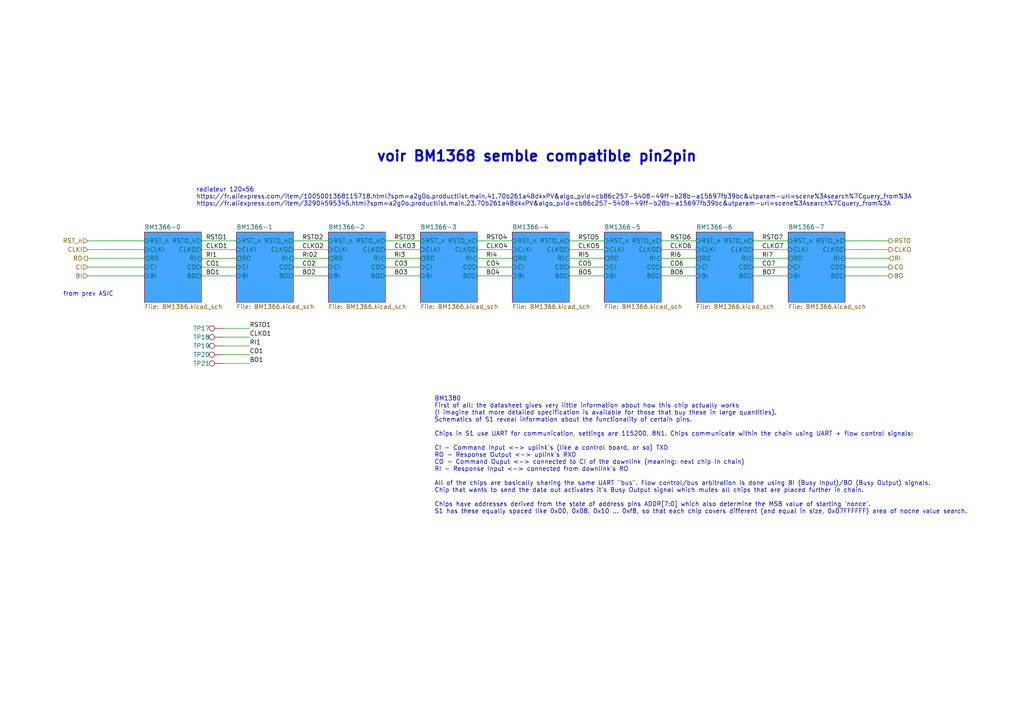
<source format=kicad_sch>
(kicad_sch (version 20231120) (generator "eeschema") (generator_version "8.0")
  (paper "A4")
  (lib_symbols
    (symbol "Connector:TestPoint" (pin_numbers hide) (pin_names (offset 0.762) hide)
      (property "Reference" "TP" (at 0 6.858 0))
      (property "Value" "TestPoint" (at 0 5.08 0))
      (symbol "TestPoint_0_1"
        (circle (center 0 3.302) (radius 0.762))
      )
      (symbol "TestPoint_1_1"
        (pin passive line (at 0 0 90) (length 2.54) (name "1") (number "1"))
      )
    )
  )
  (wire (pts (xy 218.44 80.01) (xy 228.6 80.01)))
  (wire (pts (xy 218.44 72.39) (xy 228.6 72.39)))
  (wire (pts (xy 111.76 74.93) (xy 121.92 74.93)))
  (wire (pts (xy 218.44 69.85) (xy 228.6 69.85)))
  (wire (pts (xy 25.4 72.39) (xy 41.91 72.39)))
  (wire (pts (xy 165.1 77.47) (xy 175.26 77.47)))
  (wire (pts (xy 165.1 80.01) (xy 175.26 80.01)))
  (wire (pts (xy 85.09 80.01) (xy 95.25 80.01)))
  (wire (pts (xy 245.11 72.39) (xy 257.81 72.39)))
  (wire (pts (xy 85.09 74.93) (xy 95.25 74.93)))
  (wire (pts (xy 64.77 95.25) (xy 72.39 95.25)))
  (wire (pts (xy 72.39 105.41) (xy 64.77 105.41)))
  (wire (pts (xy 85.09 77.47) (xy 95.25 77.47)))
  (wire (pts (xy 25.4 74.93) (xy 41.91 74.93)))
  (wire (pts (xy 138.43 69.85) (xy 148.59 69.85)))
  (wire (pts (xy 165.1 69.85) (xy 175.26 69.85)))
  (wire (pts (xy 85.09 69.85) (xy 95.25 69.85)))
  (wire (pts (xy 58.42 80.01) (xy 68.58 80.01)))
  (wire (pts (xy 245.11 74.93) (xy 257.81 74.93)))
  (wire (pts (xy 111.76 72.39) (xy 121.92 72.39)))
  (wire (pts (xy 245.11 77.47) (xy 257.81 77.47)))
  (wire (pts (xy 58.42 74.93) (xy 68.58 74.93)))
  (wire (pts (xy 191.77 77.47) (xy 201.93 77.47)))
  (wire (pts (xy 64.77 100.33) (xy 72.39 100.33)))
  (wire (pts (xy 245.11 69.85) (xy 257.81 69.85)))
  (wire (pts (xy 138.43 77.47) (xy 148.59 77.47)))
  (wire (pts (xy 25.4 77.47) (xy 41.91 77.47)))
  (wire (pts (xy 191.77 69.85) (xy 201.93 69.85)))
  (wire (pts (xy 165.1 72.39) (xy 175.26 72.39)))
  (wire (pts (xy 58.42 72.39) (xy 68.58 72.39)))
  (wire (pts (xy 191.77 74.93) (xy 201.93 74.93)))
  (wire (pts (xy 72.39 102.87) (xy 64.77 102.87)))
  (wire (pts (xy 138.43 80.01) (xy 148.59 80.01)))
  (wire (pts (xy 25.4 69.85) (xy 41.91 69.85)))
  (wire (pts (xy 111.76 77.47) (xy 121.92 77.47)))
  (wire (pts (xy 58.42 69.85) (xy 68.58 69.85)))
  (wire (pts (xy 138.43 72.39) (xy 148.59 72.39)))
  (wire (pts (xy 85.09 72.39) (xy 95.25 72.39)))
  (wire (pts (xy 64.77 97.79) (xy 72.39 97.79)))
  (wire (pts (xy 245.11 80.01) (xy 257.81 80.01)))
  (wire (pts (xy 138.43 74.93) (xy 148.59 74.93)))
  (wire (pts (xy 191.77 80.01) (xy 201.93 80.01)))
  (wire (pts (xy 111.76 80.01) (xy 121.92 80.01)))
  (wire (pts (xy 58.42 77.47) (xy 68.58 77.47)))
  (wire (pts (xy 25.4 80.01) (xy 41.91 80.01)))
  (wire (pts (xy 218.44 74.93) (xy 228.6 74.93)))
  (wire (pts (xy 165.1 74.93) (xy 175.26 74.93)))
  (wire (pts (xy 191.77 72.39) (xy 201.93 72.39)))
  (wire (pts (xy 111.76 69.85) (xy 121.92 69.85)))
  (wire (pts (xy 218.44 77.47) (xy 228.6 77.47)))
  (text "from prev ASIC" (at 18.288 85.344 0) (effects (font (size 1.27 1.27)) (justify left)))
  (text "voir BM1368 semble compatible pin2pin" (at 155.702 45.466 0) (effects (font (size 3 3) (thickness 0.6) (bold yes))))
  (text "BM1380\nFirst of all: the datasheet gives very little information about how this chip actually works \n(I imagine that more detailed specification is available for those that buy these in large quantities). \nSchematics of S1 reveal information about the functionality of certain pins.\n\nChips in S1 use UART for communication, settings are 115200, 8N1. Chips communicate within the chain using UART + flow control signals:\n\nCI - Command Input <-> uplink's (like a control board, or so) TXD\nRO - Response Output <-> uplink's RXD\nCO - Command Ouput <-> connected to CI of the downlink (meaning: next chip in chain)\nRI - Response Input <-> connected from downlink's RO\n\nAll of the chips are basically sharing the same UART \"bus\". Flow control/bus arbitration is done using BI (Busy Input)/BO (Busy Output) signals. \nChip that wants to send the data out activates it's Busy Output signal which mutes all chips that are placed further in chain.\n\nChips have addresses derived from the state of address pins ADDR[7:0] which also determine the MSB value of starting 'nonce'. \nS1 has these equally spaced like 0x00, 0x08, 0x10 … 0xf8, so that each chip covers different (and equal in size, 0x07FFFFFF) area of nocne value search." (at 125.984 132.08 0) (effects (font (size 1.27 1.27)) (justify left)))
  (text "radiateur 120x56\nhttps://fr.aliexpress.com/item/1005001368115718.html?spm=a2g0o.productlist.main.41.70b261a4BdkxPV&algo_pvid=cb86c257-5408-49ff-b28b-a15697fb39bc&utparam-url=scene%3Asearch%7Cquery_from%3A\nhttps://fr.aliexpress.com/item/32904595345.html?spm=a2g0o.productlist.main.23.70b261a4BdkxPV&algo_pvid=cb86c257-5408-49ff-b28b-a15697fb39bc&utparam-url=scene%3Asearch%7Cquery_from%3A\n" (at 56.896 57.15 0) (effects (font (size 1.27 1.27)) (justify left)))
  (label "BO6" (at 194.31 80.01 0))
  (label "RSTO6" (at 194.31 69.85 0))
  (label "BO1" (at 59.69 80.01 0))
  (label "CLKO7" (at 220.98 72.39 0))
  (label "BO5" (at 167.64 80.01 0))
  (label "CO1" (at 72.39 102.87 0))
  (label "RSTO3" (at 114.3 69.85 0))
  (label "BO1" (at 72.39 105.41 0))
  (label "BO4" (at 140.97 80.01 0))
  (label "RSTO7" (at 220.98 69.85 0))
  (label "RSTO4" (at 140.97 69.85 0))
  (label "CO6" (at 194.31 77.47 0))
  (label "RI4" (at 140.97 74.93 0))
  (label "CLKO3" (at 114.3 72.39 0))
  (label "RSTO2" (at 87.63 69.85 0))
  (label "RI7" (at 220.98 74.93 0))
  (label "CLKO5" (at 167.64 72.39 0))
  (label "RI1" (at 72.39 100.33 0))
  (label "CO5" (at 167.64 77.47 0))
  (label "CO7" (at 220.98 77.47 0))
  (label "CO2" (at 87.63 77.47 0))
  (label "BO2" (at 87.63 80.01 0))
  (label "RI5" (at 167.64 74.93 0))
  (label "CLKO1" (at 72.39 97.79 0))
  (label "BO7" (at 220.98 80.01 0))
  (label "RI02" (at 87.63 74.93 0))
  (label "CO4" (at 140.97 77.47 0))
  (label "RI3" (at 114.3 74.93 0))
  (label "CLKO4" (at 140.97 72.39 0))
  (label "CLKO2" (at 87.63 72.39 0))
  (label "CLKO1" (at 59.69 72.39 0))
  (label "RSTO5" (at 167.64 69.85 0))
  (label "CO1" (at 59.69 77.47 0))
  (label "CO3" (at 114.3 77.47 0))
  (label "RSTO1" (at 72.39 95.25 0))
  (label "BO3" (at 114.3 80.01 0))
  (label "RI6" (at 194.31 74.93 0))
  (label "CLKO6" (at 194.31 72.39 0))
  (label "RI1" (at 59.69 74.93 0))
  (label "RSTO1" (at 59.69 69.85 0))
  (hierarchical_label "CLKO" (shape output) (at 257.81 72.39 0))
  (hierarchical_label "CLKI" (shape input) (at 25.4 72.39 180))
  (hierarchical_label "CO" (shape output) (at 257.81 77.47 0))
  (hierarchical_label "RSTO" (shape output) (at 257.81 69.85 0))
  (hierarchical_label "CI" (shape input) (at 25.4 77.47 180))
  (hierarchical_label "RI" (shape input) (at 257.81 74.93 0))
  (hierarchical_label "RST_n" (shape input) (at 25.4 69.85 180))
  (hierarchical_label "BO" (shape output) (at 257.81 80.01 0))
  (hierarchical_label "BI" (shape input) (at 25.4 80.01 180))
  (hierarchical_label "RO" (shape output) (at 25.4 74.93 180))
  (symbol (lib_id "Connector:TestPoint") (at 64.77 105.41 90) (unit 1) (in_bom no)
    (property "Reference" "TP21" (at 58.42 105.41 90))
    (property "Value" "TestPoint" (effects (hide yes)))
    (property "Footprint" "TestPoint:TestPoint_Pad_D1.0mm" (effects (hide yes)))
    (instances (project "AsicsBoard - 16xBM1366 - 01A" (path "" (reference "TP21") (unit 1)) (path "" (reference "TP16") (unit 1))))
  )
  (symbol (lib_id "Connector:TestPoint") (at 64.77 102.87 90) (unit 1) (in_bom no)
    (property "Reference" "TP20" (at 58.42 102.87 90))
    (property "Value" "TestPoint" (effects (hide yes)))
    (property "Footprint" "TestPoint:TestPoint_Pad_D1.0mm" (effects (hide yes)))
    (instances (project "AsicsBoard - 16xBM1366 - 01A" (path "" (reference "TP20") (unit 1)) (path "" (reference "TP15") (unit 1))))
  )
  (symbol (lib_id "Connector:TestPoint") (at 64.77 95.25 90) (mirror x) (unit 1) (in_bom no)
    (property "Reference" "TP17" (at 58.42 95.25 90))
    (property "Value" "TestPoint" (effects (hide yes)))
    (property "Footprint" "TestPoint:TestPoint_Pad_D1.0mm" (effects (hide yes)))
    (instances (project "AsicsBoard - 16xBM1366 - 01A" (path "" (reference "TP17") (unit 1)) (path "" (reference "TP12") (unit 1))))
  )
  (symbol (lib_id "Connector:TestPoint") (at 64.77 100.33 90) (mirror x) (unit 1) (in_bom no)
    (property "Reference" "TP19" (at 58.42 100.33 90))
    (property "Value" "TestPoint" (effects (hide yes)))
    (property "Footprint" "TestPoint:TestPoint_Pad_D1.0mm" (effects (hide yes)))
    (instances (project "AsicsBoard - 16xBM1366 - 01A" (path "" (reference "TP19") (unit 1)) (path "" (reference "TP14") (unit 1))))
  )
  (symbol (lib_id "Connector:TestPoint") (at 64.77 97.79 90) (unit 1) (in_bom no)
    (property "Reference" "TP18" (at 58.42 97.79 90))
    (property "Value" "TestPoint" (effects (hide yes)))
    (property "Footprint" "TestPoint:TestPoint_Pad_D1.0mm" (effects (hide yes)))
    (instances (project "AsicsBoard - 16xBM1366 - 01A" (path "" (reference "TP18") (unit 1)) (path "" (reference "TP13") (unit 1))))
  )
  (sheet (at 41.91 67.31) (size 16.51 20.32) (stroke (width 0.1524)) (fill (color 67 166 255 1.0000))
    (property "Sheetname" "BM1366-0" (at 41.91 66.5984 0) (effects (justify left bottom)))
    (property "Sheetfile" "BM1366.kicad_sch" (at 41.91 88.2146 0) (effects (justify left top)))
    (pin "CLKO" output (at 58.42 72.39 0))
    (pin "RO" output (at 41.91 74.93 180))
    (pin "CO" output (at 58.42 77.47 0))
    (pin "BO" output (at 58.42 80.01 0))
    (pin "RSTO_n" output (at 58.42 69.85 0))
    (pin "CLKI" input (at 41.91 72.39 180))
    (pin "CI" input (at 41.91 77.47 180))
    (pin "RI" input (at 58.42 74.93 0))
    (pin "RST_n" input (at 41.91 69.85 180))
    (pin "BI" input (at 41.91 80.01 180))
  )
  (sheet (at 228.6 67.31) (size 16.51 20.32) (stroke (width 0.1524)) (fill (color 67 166 255 1.0000))
    (property "Sheetname" "BM1366-7" (at 228.6 66.5984 0) (effects (justify left bottom)))
    (property "Sheetfile" "BM1366.kicad_sch" (at 228.6 88.2146 0) (effects (justify left top)))
    (pin "CLKO" output (at 245.11 72.39 0))
    (pin "RO" output (at 228.6 74.93 180))
    (pin "CO" output (at 245.11 77.47 0))
    (pin "BO" output (at 245.11 80.01 0))
    (pin "RSTO_n" output (at 245.11 69.85 0))
    (pin "CLKI" input (at 228.6 72.39 180))
    (pin "CI" input (at 228.6 77.47 180))
    (pin "RI" input (at 245.11 74.93 0))
    (pin "RST_n" input (at 228.6 69.85 180))
    (pin "BI" input (at 228.6 80.01 180))
  )
  (sheet (at 175.26 67.31) (size 16.51 20.32) (stroke (width 0.1524)) (fill (color 67 166 255 1.0000))
    (property "Sheetname" "BM1366-5" (at 175.26 66.5984 0) (effects (justify left bottom)))
    (property "Sheetfile" "BM1366.kicad_sch" (at 175.26 88.2146 0) (effects (justify left top)))
    (pin "CLKO" output (at 191.77 72.39 0))
    (pin "RO" output (at 175.26 74.93 180))
    (pin "CO" output (at 191.77 77.47 0))
    (pin "BO" output (at 191.77 80.01 0))
    (pin "RSTO_n" output (at 191.77 69.85 0))
    (pin "CLKI" input (at 175.26 72.39 180))
    (pin "CI" input (at 175.26 77.47 180))
    (pin "RI" input (at 191.77 74.93 0))
    (pin "RST_n" input (at 175.26 69.85 180))
    (pin "BI" input (at 175.26 80.01 180))
  )
  (sheet (at 148.59 67.31) (size 16.51 20.32) (stroke (width 0.1524)) (fill (color 67 166 255 1.0000))
    (property "Sheetname" "BM1366-4" (at 148.59 66.5984 0) (effects (justify left bottom)))
    (property "Sheetfile" "BM1366.kicad_sch" (at 148.59 88.2146 0) (effects (justify left top)))
    (pin "CLKO" output (at 165.1 72.39 0))
    (pin "RO" output (at 148.59 74.93 180))
    (pin "CO" output (at 165.1 77.47 0))
    (pin "BO" output (at 165.1 80.01 0))
    (pin "RSTO_n" output (at 165.1 69.85 0))
    (pin "CLKI" input (at 148.59 72.39 180))
    (pin "CI" input (at 148.59 77.47 180))
    (pin "RI" input (at 165.1 74.93 0))
    (pin "RST_n" input (at 148.59 69.85 180))
    (pin "BI" input (at 148.59 80.01 180))
  )
  (sheet (at 201.93 67.31) (size 16.51 20.32) (stroke (width 0.1524)) (fill (color 67 166 255 1.0000))
    (property "Sheetname" "BM1366-6" (at 201.93 66.5984 0) (effects (justify left bottom)))
    (property "Sheetfile" "BM1366.kicad_sch" (at 201.93 88.2146 0) (effects (justify left top)))
    (pin "CLKO" output (at 218.44 72.39 0))
    (pin "RO" output (at 201.93 74.93 180))
    (pin "CO" output (at 218.44 77.47 0))
    (pin "BO" output (at 218.44 80.01 0))
    (pin "RSTO_n" output (at 218.44 69.85 0))
    (pin "CLKI" input (at 201.93 72.39 180))
    (pin "CI" input (at 201.93 77.47 180))
    (pin "RI" input (at 218.44 74.93 0))
    (pin "RST_n" input (at 201.93 69.85 180))
    (pin "BI" input (at 201.93 80.01 180))
  )
  (sheet (at 121.92 67.31) (size 16.51 20.32) (stroke (width 0.1524)) (fill (color 67 166 255 1.0000))
    (property "Sheetname" "BM1366-3" (at 121.92 66.5984 0) (effects (justify left bottom)))
    (property "Sheetfile" "BM1366.kicad_sch" (at 121.92 88.2146 0) (effects (justify left top)))
    (pin "CLKO" output (at 138.43 72.39 0))
    (pin "RO" output (at 121.92 74.93 180))
    (pin "CO" output (at 138.43 77.47 0))
    (pin "BO" output (at 138.43 80.01 0))
    (pin "RSTO_n" output (at 138.43 69.85 0))
    (pin "CLKI" input (at 121.92 72.39 180))
    (pin "CI" input (at 121.92 77.47 180))
    (pin "RI" input (at 138.43 74.93 0))
    (pin "RST_n" input (at 121.92 69.85 180))
    (pin "BI" input (at 121.92 80.01 180))
  )
  (sheet (at 68.58 67.31) (size 16.51 20.32) (stroke (width 0.1524)) (fill (color 67 166 255 1.0000))
    (property "Sheetname" "BM1366-1" (at 68.58 66.5984 0) (effects (justify left bottom)))
    (property "Sheetfile" "BM1366.kicad_sch" (at 68.58 88.2146 0) (effects (justify left top)))
    (pin "CLKO" output (at 85.09 72.39 0))
    (pin "RO" output (at 68.58 74.93 180))
    (pin "CO" output (at 85.09 77.47 0))
    (pin "BO" output (at 85.09 80.01 0))
    (pin "RSTO_n" output (at 85.09 69.85 0))
    (pin "CLKI" input (at 68.58 72.39 180))
    (pin "CI" input (at 68.58 77.47 180))
    (pin "RI" input (at 85.09 74.93 0))
    (pin "RST_n" input (at 68.58 69.85 180))
    (pin "BI" input (at 68.58 80.01 180))
  )
  (sheet (at 95.25 67.31) (size 16.51 20.32) (stroke (width 0.1524)) (fill (color 67 166 255 1.0000))
    (property "Sheetname" "BM1366-2" (at 95.25 66.5984 0) (effects (justify left bottom)))
    (property "Sheetfile" "BM1366.kicad_sch" (at 95.25 88.2146 0) (effects (justify left top)))
    (pin "CLKO" output (at 111.76 72.39 0))
    (pin "RO" output (at 95.25 74.93 180))
    (pin "CO" output (at 111.76 77.47 0))
    (pin "BO" output (at 111.76 80.01 0))
    (pin "RSTO_n" output (at 111.76 69.85 0))
    (pin "CLKI" input (at 95.25 72.39 180))
    (pin "CI" input (at 95.25 77.47 180))
    (pin "RI" input (at 111.76 74.93 0))
    (pin "RST_n" input (at 95.25 69.85 180))
    (pin "BI" input (at 95.25 80.01 180))
  )
)
</source>
